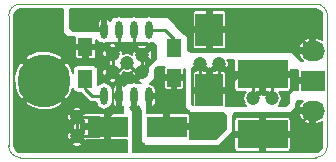
<source format=gtl>
G04 #@! TF.FileFunction,Copper,L1,Top,Signal*
%FSLAX46Y46*%
G04 Gerber Fmt 4.6, Leading zero omitted, Abs format (unit mm)*
G04 Created by KiCad (PCBNEW (2015-07-01 BZR 5850)-product) date Thu Aug 27 19:34:36 2015*
%MOMM*%
G01*
G04 APERTURE LIST*
%ADD10C,0.050000*%
%ADD11C,0.100000*%
%ADD12C,1.200000*%
%ADD13R,4.300000X2.400000*%
%ADD14R,2.350000X2.770000*%
%ADD15R,1.250000X1.500000*%
%ADD16O,2.032000X1.727200*%
%ADD17R,2.032000X1.727200*%
%ADD18O,0.609600X1.473200*%
%ADD19R,1.300000X1.500000*%
%ADD20R,3.500120X1.800860*%
%ADD21C,4.500000*%
%ADD22C,0.600000*%
%ADD23C,0.250000*%
%ADD24C,0.200000*%
G04 APERTURE END LIST*
D10*
D11*
X28000000Y-37000000D02*
X28000000Y-26000000D01*
X54000000Y-38000000D02*
X29000000Y-38000000D01*
X55000000Y-26000000D02*
X55000000Y-37000000D01*
X29000000Y-25000000D02*
X54000000Y-25000000D01*
X55000000Y-26000000D02*
G75*
G03X54000000Y-25000000I-1000000J0D01*
G01*
X54000000Y-38000000D02*
G75*
G03X55000000Y-37000000I0J1000000D01*
G01*
X28000000Y-37000000D02*
G75*
G03X29000000Y-38000000I1000000J0D01*
G01*
X29000000Y-25000000D02*
G75*
G03X28000000Y-26000000I0J-1000000D01*
G01*
D12*
X33800000Y-34600000D03*
X50300000Y-33000000D03*
X48700000Y-33000000D03*
X36800000Y-29200000D03*
X39300000Y-30800000D03*
X33800000Y-36200000D03*
X39300000Y-29300000D03*
X36800000Y-30800000D03*
X45800000Y-30100000D03*
X44200000Y-30100000D03*
D13*
X49500000Y-36040000D03*
X49500000Y-30960000D03*
D14*
X45000000Y-27180000D03*
X45000000Y-32320000D03*
D15*
X42000000Y-31250000D03*
X42000000Y-28750000D03*
D16*
X53750000Y-34040000D03*
D17*
X53750000Y-31500000D03*
D16*
X53750000Y-28960000D03*
D18*
X39905000Y-27206000D03*
X38635000Y-27206000D03*
X37365000Y-27206000D03*
X36095000Y-27206000D03*
X36095000Y-32794000D03*
X37365000Y-32794000D03*
X38635000Y-32794000D03*
X39905000Y-32794000D03*
D19*
X34500000Y-31350000D03*
X34500000Y-28650000D03*
D20*
X36400640Y-35400000D03*
X41399360Y-35400000D03*
D12*
X38000000Y-30000000D03*
D21*
X31000000Y-31500000D03*
D22*
X46250000Y-35250000D03*
D23*
X39905000Y-27206000D02*
X41206000Y-27206000D01*
X41206000Y-27206000D02*
X42000000Y-28000000D01*
X42000000Y-28000000D02*
X42000000Y-28750000D01*
X36095000Y-27206000D02*
X36095000Y-26155000D01*
X36450000Y-25800000D02*
X41450000Y-25800000D01*
X41450000Y-25800000D02*
X42830000Y-27180000D01*
X42830000Y-27180000D02*
X45000000Y-27180000D01*
X36095000Y-26155000D02*
X36450000Y-25800000D01*
X45000000Y-27180000D02*
X51970000Y-27180000D01*
X51970000Y-27180000D02*
X53750000Y-28960000D01*
X36095000Y-32794000D02*
X35094000Y-32794000D01*
X34500000Y-32200000D02*
X34500000Y-31350000D01*
X35094000Y-32794000D02*
X34500000Y-32200000D01*
X45800000Y-30100000D02*
X45800000Y-31520000D01*
X45800000Y-31520000D02*
X45000000Y-32320000D01*
X44200000Y-30100000D02*
X44200000Y-31520000D01*
X44200000Y-31520000D02*
X45000000Y-32320000D01*
X48700000Y-33000000D02*
X48700000Y-31760000D01*
X48700000Y-31760000D02*
X49500000Y-30960000D01*
X50300000Y-33000000D02*
X50300000Y-31760000D01*
X50300000Y-31760000D02*
X49500000Y-30960000D01*
X33800000Y-36200000D02*
X35600640Y-36200000D01*
X35600640Y-36200000D02*
X36400640Y-35400000D01*
X33800000Y-34600000D02*
X35600640Y-34600000D01*
X35600640Y-34600000D02*
X36400640Y-35400000D01*
X33800000Y-34600000D02*
X33800000Y-36200000D01*
X37365000Y-32794000D02*
X37365000Y-31365000D01*
X37365000Y-31365000D02*
X36800000Y-30800000D01*
X34500000Y-28650000D02*
X36250000Y-28650000D01*
X36250000Y-28650000D02*
X36800000Y-29200000D01*
X36800000Y-30800000D02*
X36800000Y-29200000D01*
X36800000Y-30800000D02*
X37200000Y-30800000D01*
X37200000Y-30800000D02*
X38000000Y-30000000D01*
X39300000Y-29300000D02*
X39300000Y-30800000D01*
X39300000Y-30800000D02*
X38800000Y-30800000D01*
X38800000Y-30800000D02*
X38000000Y-30000000D01*
X38635000Y-27206000D02*
X38635000Y-28635000D01*
X38635000Y-28635000D02*
X39300000Y-29300000D01*
X37365000Y-27206000D02*
X37365000Y-28635000D01*
X37365000Y-28635000D02*
X36800000Y-29200000D01*
X37365000Y-32794000D02*
X37365000Y-33535000D01*
X36400640Y-34499360D02*
X36400640Y-35400000D01*
X37365000Y-33535000D02*
X36400640Y-34499360D01*
X49500000Y-30960000D02*
X47540000Y-30960000D01*
X47540000Y-30960000D02*
X46180000Y-32320000D01*
X46180000Y-32320000D02*
X45000000Y-32320000D01*
X49500000Y-30960000D02*
X51710000Y-30960000D01*
X52250000Y-31500000D02*
X53750000Y-31500000D01*
X51710000Y-30960000D02*
X52250000Y-31500000D01*
X38635000Y-32794000D02*
X38635000Y-36635000D01*
X38885000Y-36885000D02*
X39250000Y-37250000D01*
X39250000Y-37250000D02*
X46000000Y-37250000D01*
X46000000Y-37250000D02*
X47210000Y-36040000D01*
X47210000Y-36040000D02*
X49500000Y-36040000D01*
X38635000Y-36635000D02*
X38885000Y-36885000D01*
X49500000Y-36040000D02*
X51750000Y-36040000D01*
X51750000Y-36040000D02*
X53750000Y-34040000D01*
X42000000Y-31250000D02*
X42000000Y-32193360D01*
X42000000Y-32193360D02*
X41399360Y-32794000D01*
X41399360Y-35400000D02*
X41399360Y-32794000D01*
X39905000Y-32794000D02*
X41399360Y-32794000D01*
X41399360Y-35400000D02*
X46100000Y-35400000D01*
X46100000Y-35400000D02*
X46250000Y-35250000D01*
X41456000Y-35343360D02*
X41399360Y-35400000D01*
D24*
G36*
X54207102Y-25500010D02*
X54382676Y-25617325D01*
X54499990Y-25792899D01*
X54550000Y-26044318D01*
X54550000Y-28066612D01*
X54522605Y-28039018D01*
X54122950Y-27871782D01*
X53950000Y-27913178D01*
X53950000Y-28760000D01*
X53970000Y-28760000D01*
X53970000Y-29160000D01*
X53950000Y-29160000D01*
X53950000Y-29180000D01*
X53550000Y-29180000D01*
X53550000Y-29160000D01*
X52565703Y-29160000D01*
X52546881Y-29328911D01*
X52672161Y-29573534D01*
X52896996Y-29800000D01*
X52741421Y-29800000D01*
X52070711Y-29129289D01*
X52038269Y-29107612D01*
X52000000Y-29100000D01*
X45800299Y-29100000D01*
X45601960Y-29099827D01*
X45601541Y-29100000D01*
X44200299Y-29100000D01*
X44001960Y-29099827D01*
X44001541Y-29100000D01*
X43441422Y-29100000D01*
X43200000Y-28858578D01*
X43200000Y-27900000D01*
X43192388Y-27861732D01*
X43192388Y-27861731D01*
X43170711Y-27829289D01*
X42721422Y-27380000D01*
X43637500Y-27380000D01*
X43575000Y-27442500D01*
X43575000Y-28614728D01*
X43613060Y-28706614D01*
X43683386Y-28776940D01*
X43775272Y-28815000D01*
X44737500Y-28815000D01*
X44800000Y-28752500D01*
X44800000Y-27380000D01*
X45200000Y-27380000D01*
X44800000Y-27380000D01*
X44800000Y-27380000D01*
X45200000Y-27380000D01*
X45200000Y-28752500D01*
X45262500Y-28815000D01*
X46224728Y-28815000D01*
X46316614Y-28776940D01*
X46386940Y-28706614D01*
X46425000Y-28614728D01*
X46425000Y-28039018D01*
X52977395Y-28039018D01*
X52672161Y-28346466D01*
X52546881Y-28591089D01*
X52565703Y-28760000D01*
X53550000Y-28760000D01*
X53550000Y-27913178D01*
X53377050Y-27871782D01*
X52977395Y-28039018D01*
X46425000Y-28039018D01*
X46425000Y-27442500D01*
X46362500Y-27380000D01*
X45200000Y-27380000D01*
X44800000Y-27380000D01*
X44800000Y-27380000D01*
X43637500Y-27380000D01*
X42721422Y-27380000D01*
X41470711Y-26129289D01*
X41438269Y-26107612D01*
X41400000Y-26100000D01*
X40170779Y-26100000D01*
X39905000Y-26047133D01*
X39639221Y-26100000D01*
X38900779Y-26100000D01*
X38635000Y-26047133D01*
X38369221Y-26100000D01*
X37630779Y-26100000D01*
X37365000Y-26047133D01*
X37099221Y-26100000D01*
X36900000Y-26100000D01*
X36861731Y-26107612D01*
X36829289Y-26129289D01*
X36549996Y-26408582D01*
X36531032Y-26377111D01*
X36328975Y-26271150D01*
X36247400Y-26306083D01*
X36247400Y-27006000D01*
X36315000Y-27006000D01*
X36315000Y-27300000D01*
X33441422Y-27300000D01*
X33200000Y-27058578D01*
X33200000Y-26377111D01*
X35658968Y-26377111D01*
X35540200Y-26574200D01*
X35540200Y-27006000D01*
X35942600Y-27006000D01*
X35942600Y-26306083D01*
X35861025Y-26271150D01*
X35658968Y-26377111D01*
X33200000Y-26377111D01*
X33200000Y-25545000D01*
X43775272Y-25545000D01*
X43683386Y-25583060D01*
X43613060Y-25653386D01*
X43575000Y-25745272D01*
X43575000Y-26917500D01*
X43637500Y-26980000D01*
X44800000Y-26980000D01*
X44800000Y-25607500D01*
X44737500Y-25545000D01*
X45262500Y-25545000D01*
X44737500Y-25545000D01*
X44737500Y-25545000D01*
X45262500Y-25545000D01*
X45200000Y-25607500D01*
X45200000Y-26980000D01*
X46362500Y-26980000D01*
X46425000Y-26917500D01*
X46425000Y-25745272D01*
X46386940Y-25653386D01*
X46316614Y-25583060D01*
X46224728Y-25545000D01*
X45262500Y-25545000D01*
X44737500Y-25545000D01*
X44737500Y-25545000D01*
X43775272Y-25545000D01*
X33200000Y-25545000D01*
X33200000Y-25450000D01*
X53955682Y-25450000D01*
X54207102Y-25500010D01*
X54207102Y-25500010D01*
G37*
X54207102Y-25500010D02*
X54382676Y-25617325D01*
X54499990Y-25792899D01*
X54550000Y-26044318D01*
X54550000Y-28066612D01*
X54522605Y-28039018D01*
X54122950Y-27871782D01*
X53950000Y-27913178D01*
X53950000Y-28760000D01*
X53970000Y-28760000D01*
X53970000Y-29160000D01*
X53950000Y-29160000D01*
X53950000Y-29180000D01*
X53550000Y-29180000D01*
X53550000Y-29160000D01*
X52565703Y-29160000D01*
X52546881Y-29328911D01*
X52672161Y-29573534D01*
X52896996Y-29800000D01*
X52741421Y-29800000D01*
X52070711Y-29129289D01*
X52038269Y-29107612D01*
X52000000Y-29100000D01*
X45800299Y-29100000D01*
X45601960Y-29099827D01*
X45601541Y-29100000D01*
X44200299Y-29100000D01*
X44001960Y-29099827D01*
X44001541Y-29100000D01*
X43441422Y-29100000D01*
X43200000Y-28858578D01*
X43200000Y-27900000D01*
X43192388Y-27861732D01*
X43192388Y-27861731D01*
X43170711Y-27829289D01*
X42721422Y-27380000D01*
X43637500Y-27380000D01*
X43575000Y-27442500D01*
X43575000Y-28614728D01*
X43613060Y-28706614D01*
X43683386Y-28776940D01*
X43775272Y-28815000D01*
X44737500Y-28815000D01*
X44800000Y-28752500D01*
X44800000Y-27380000D01*
X45200000Y-27380000D01*
X44800000Y-27380000D01*
X44800000Y-27380000D01*
X45200000Y-27380000D01*
X45200000Y-28752500D01*
X45262500Y-28815000D01*
X46224728Y-28815000D01*
X46316614Y-28776940D01*
X46386940Y-28706614D01*
X46425000Y-28614728D01*
X46425000Y-28039018D01*
X52977395Y-28039018D01*
X52672161Y-28346466D01*
X52546881Y-28591089D01*
X52565703Y-28760000D01*
X53550000Y-28760000D01*
X53550000Y-27913178D01*
X53377050Y-27871782D01*
X52977395Y-28039018D01*
X46425000Y-28039018D01*
X46425000Y-27442500D01*
X46362500Y-27380000D01*
X45200000Y-27380000D01*
X44800000Y-27380000D01*
X44800000Y-27380000D01*
X43637500Y-27380000D01*
X42721422Y-27380000D01*
X41470711Y-26129289D01*
X41438269Y-26107612D01*
X41400000Y-26100000D01*
X40170779Y-26100000D01*
X39905000Y-26047133D01*
X39639221Y-26100000D01*
X38900779Y-26100000D01*
X38635000Y-26047133D01*
X38369221Y-26100000D01*
X37630779Y-26100000D01*
X37365000Y-26047133D01*
X37099221Y-26100000D01*
X36900000Y-26100000D01*
X36861731Y-26107612D01*
X36829289Y-26129289D01*
X36549996Y-26408582D01*
X36531032Y-26377111D01*
X36328975Y-26271150D01*
X36247400Y-26306083D01*
X36247400Y-27006000D01*
X36315000Y-27006000D01*
X36315000Y-27300000D01*
X33441422Y-27300000D01*
X33200000Y-27058578D01*
X33200000Y-26377111D01*
X35658968Y-26377111D01*
X35540200Y-26574200D01*
X35540200Y-27006000D01*
X35942600Y-27006000D01*
X35942600Y-26306083D01*
X35861025Y-26271150D01*
X35658968Y-26377111D01*
X33200000Y-26377111D01*
X33200000Y-25545000D01*
X43775272Y-25545000D01*
X43683386Y-25583060D01*
X43613060Y-25653386D01*
X43575000Y-25745272D01*
X43575000Y-26917500D01*
X43637500Y-26980000D01*
X44800000Y-26980000D01*
X44800000Y-25607500D01*
X44737500Y-25545000D01*
X45262500Y-25545000D01*
X44737500Y-25545000D01*
X44737500Y-25545000D01*
X45262500Y-25545000D01*
X45200000Y-25607500D01*
X45200000Y-26980000D01*
X46362500Y-26980000D01*
X46425000Y-26917500D01*
X46425000Y-25745272D01*
X46386940Y-25653386D01*
X46316614Y-25583060D01*
X46224728Y-25545000D01*
X45262500Y-25545000D01*
X44737500Y-25545000D01*
X44737500Y-25545000D01*
X43775272Y-25545000D01*
X33200000Y-25545000D01*
X33200000Y-25450000D01*
X53955682Y-25450000D01*
X54207102Y-25500010D01*
G36*
X38787400Y-32594000D02*
X38855000Y-32594000D01*
X38855000Y-32994000D01*
X38787400Y-32994000D01*
X38787400Y-33693917D01*
X38868975Y-33728850D01*
X39000000Y-33660139D01*
X39000000Y-33700000D01*
X39001911Y-33709607D01*
X39001901Y-33719407D01*
X39005680Y-33728558D01*
X39007612Y-33738268D01*
X39013054Y-33746414D01*
X39016795Y-33755470D01*
X39200000Y-34030277D01*
X39200000Y-36600000D01*
X39207612Y-36638269D01*
X39229289Y-36670711D01*
X39529289Y-36970711D01*
X39561731Y-36992388D01*
X39561732Y-36992388D01*
X39600000Y-37000000D01*
X45800000Y-37000000D01*
X45838268Y-36992388D01*
X45838269Y-36992388D01*
X45870711Y-36970711D01*
X46601422Y-36240000D01*
X47162500Y-36240000D01*
X47100000Y-36302500D01*
X47100000Y-37289728D01*
X47138060Y-37381614D01*
X47208386Y-37451940D01*
X47300272Y-37490000D01*
X49237500Y-37490000D01*
X49300000Y-37427500D01*
X49300000Y-36240000D01*
X49700000Y-36240000D01*
X49300000Y-36240000D01*
X49300000Y-36240000D01*
X49700000Y-36240000D01*
X49700000Y-37427500D01*
X49762500Y-37490000D01*
X51699728Y-37490000D01*
X51791614Y-37451940D01*
X51861940Y-37381614D01*
X51900000Y-37289728D01*
X51900000Y-36302500D01*
X51837500Y-36240000D01*
X49700000Y-36240000D01*
X49300000Y-36240000D01*
X49300000Y-36240000D01*
X47162500Y-36240000D01*
X46601422Y-36240000D01*
X46970711Y-35870711D01*
X46992388Y-35838269D01*
X46992388Y-35838268D01*
X47000000Y-35800000D01*
X47000001Y-35800000D01*
X47000000Y-35799994D01*
X47000000Y-34590000D01*
X47300272Y-34590000D01*
X47208386Y-34628060D01*
X47138060Y-34698386D01*
X47100000Y-34790272D01*
X47100000Y-35777500D01*
X47162500Y-35840000D01*
X49300000Y-35840000D01*
X49300000Y-34652500D01*
X49237500Y-34590000D01*
X49762500Y-34590000D01*
X49700000Y-34652500D01*
X49700000Y-35840000D01*
X51837500Y-35840000D01*
X51900000Y-35777500D01*
X51900000Y-34790272D01*
X51861940Y-34698386D01*
X51791614Y-34628060D01*
X51699728Y-34590000D01*
X49762500Y-34590000D01*
X49237500Y-34590000D01*
X49237500Y-34590000D01*
X47300272Y-34590000D01*
X47000000Y-34590000D01*
X47000000Y-34441422D01*
X47201422Y-34240000D01*
X52565703Y-34240000D01*
X52546881Y-34408911D01*
X52672161Y-34653534D01*
X52977395Y-34960982D01*
X53377050Y-35128218D01*
X53550000Y-35086822D01*
X53550000Y-34240000D01*
X52565703Y-34240000D01*
X47201422Y-34240000D01*
X47241422Y-34200000D01*
X51900000Y-34200000D01*
X51938268Y-34192388D01*
X51938269Y-34192388D01*
X51970711Y-34170711D01*
X52270711Y-33870711D01*
X52292388Y-33838269D01*
X52292388Y-33838268D01*
X52300000Y-33800000D01*
X52300000Y-33441422D01*
X52541422Y-33200000D01*
X52896996Y-33200000D01*
X52672161Y-33426466D01*
X52546881Y-33671089D01*
X52565703Y-33840000D01*
X53550000Y-33840000D01*
X53550000Y-33820000D01*
X53950000Y-33820000D01*
X53950000Y-33840000D01*
X53970000Y-33840000D01*
X53970000Y-34240000D01*
X53950000Y-34240000D01*
X53950000Y-35086822D01*
X54122950Y-35128218D01*
X54522605Y-34960982D01*
X54550000Y-34933388D01*
X54550000Y-36955682D01*
X54499990Y-37207101D01*
X54382676Y-37382675D01*
X54207102Y-37499990D01*
X53955682Y-37550000D01*
X38500000Y-37550000D01*
X38500000Y-36497684D01*
X38527000Y-36457684D01*
X38558536Y-36300430D01*
X38558536Y-34499570D01*
X38528944Y-34347051D01*
X38500000Y-34302989D01*
X38500000Y-34000000D01*
X38498088Y-33990391D01*
X38498099Y-33980593D01*
X38494319Y-33971441D01*
X38492388Y-33961732D01*
X38486945Y-33953585D01*
X38483205Y-33944530D01*
X38306303Y-33679177D01*
X38401025Y-33728850D01*
X38482600Y-33693917D01*
X38482600Y-32994000D01*
X38415000Y-32994000D01*
X38415000Y-32594000D01*
X38482600Y-32594000D01*
X38482600Y-32574000D01*
X38787400Y-32574000D01*
X38787400Y-32594000D01*
X38787400Y-32594000D01*
G37*
X38787400Y-32594000D02*
X38855000Y-32594000D01*
X38855000Y-32994000D01*
X38787400Y-32994000D01*
X38787400Y-33693917D01*
X38868975Y-33728850D01*
X39000000Y-33660139D01*
X39000000Y-33700000D01*
X39001911Y-33709607D01*
X39001901Y-33719407D01*
X39005680Y-33728558D01*
X39007612Y-33738268D01*
X39013054Y-33746414D01*
X39016795Y-33755470D01*
X39200000Y-34030277D01*
X39200000Y-36600000D01*
X39207612Y-36638269D01*
X39229289Y-36670711D01*
X39529289Y-36970711D01*
X39561731Y-36992388D01*
X39561732Y-36992388D01*
X39600000Y-37000000D01*
X45800000Y-37000000D01*
X45838268Y-36992388D01*
X45838269Y-36992388D01*
X45870711Y-36970711D01*
X46601422Y-36240000D01*
X47162500Y-36240000D01*
X47100000Y-36302500D01*
X47100000Y-37289728D01*
X47138060Y-37381614D01*
X47208386Y-37451940D01*
X47300272Y-37490000D01*
X49237500Y-37490000D01*
X49300000Y-37427500D01*
X49300000Y-36240000D01*
X49700000Y-36240000D01*
X49300000Y-36240000D01*
X49300000Y-36240000D01*
X49700000Y-36240000D01*
X49700000Y-37427500D01*
X49762500Y-37490000D01*
X51699728Y-37490000D01*
X51791614Y-37451940D01*
X51861940Y-37381614D01*
X51900000Y-37289728D01*
X51900000Y-36302500D01*
X51837500Y-36240000D01*
X49700000Y-36240000D01*
X49300000Y-36240000D01*
X49300000Y-36240000D01*
X47162500Y-36240000D01*
X46601422Y-36240000D01*
X46970711Y-35870711D01*
X46992388Y-35838269D01*
X46992388Y-35838268D01*
X47000000Y-35800000D01*
X47000001Y-35800000D01*
X47000000Y-35799994D01*
X47000000Y-34590000D01*
X47300272Y-34590000D01*
X47208386Y-34628060D01*
X47138060Y-34698386D01*
X47100000Y-34790272D01*
X47100000Y-35777500D01*
X47162500Y-35840000D01*
X49300000Y-35840000D01*
X49300000Y-34652500D01*
X49237500Y-34590000D01*
X49762500Y-34590000D01*
X49700000Y-34652500D01*
X49700000Y-35840000D01*
X51837500Y-35840000D01*
X51900000Y-35777500D01*
X51900000Y-34790272D01*
X51861940Y-34698386D01*
X51791614Y-34628060D01*
X51699728Y-34590000D01*
X49762500Y-34590000D01*
X49237500Y-34590000D01*
X49237500Y-34590000D01*
X47300272Y-34590000D01*
X47000000Y-34590000D01*
X47000000Y-34441422D01*
X47201422Y-34240000D01*
X52565703Y-34240000D01*
X52546881Y-34408911D01*
X52672161Y-34653534D01*
X52977395Y-34960982D01*
X53377050Y-35128218D01*
X53550000Y-35086822D01*
X53550000Y-34240000D01*
X52565703Y-34240000D01*
X47201422Y-34240000D01*
X47241422Y-34200000D01*
X51900000Y-34200000D01*
X51938268Y-34192388D01*
X51938269Y-34192388D01*
X51970711Y-34170711D01*
X52270711Y-33870711D01*
X52292388Y-33838269D01*
X52292388Y-33838268D01*
X52300000Y-33800000D01*
X52300000Y-33441422D01*
X52541422Y-33200000D01*
X52896996Y-33200000D01*
X52672161Y-33426466D01*
X52546881Y-33671089D01*
X52565703Y-33840000D01*
X53550000Y-33840000D01*
X53550000Y-33820000D01*
X53950000Y-33820000D01*
X53950000Y-33840000D01*
X53970000Y-33840000D01*
X53970000Y-34240000D01*
X53950000Y-34240000D01*
X53950000Y-35086822D01*
X54122950Y-35128218D01*
X54522605Y-34960982D01*
X54550000Y-34933388D01*
X54550000Y-36955682D01*
X54499990Y-37207101D01*
X54382676Y-37382675D01*
X54207102Y-37499990D01*
X53955682Y-37550000D01*
X38500000Y-37550000D01*
X38500000Y-36497684D01*
X38527000Y-36457684D01*
X38558536Y-36300430D01*
X38558536Y-34499570D01*
X38528944Y-34347051D01*
X38500000Y-34302989D01*
X38500000Y-34000000D01*
X38498088Y-33990391D01*
X38498099Y-33980593D01*
X38494319Y-33971441D01*
X38492388Y-33961732D01*
X38486945Y-33953585D01*
X38483205Y-33944530D01*
X38306303Y-33679177D01*
X38401025Y-33728850D01*
X38482600Y-33693917D01*
X38482600Y-32994000D01*
X38415000Y-32994000D01*
X38415000Y-32594000D01*
X38482600Y-32594000D01*
X38482600Y-32574000D01*
X38787400Y-32574000D01*
X38787400Y-32594000D01*
G36*
X41163060Y-30358386D02*
X41125000Y-30450272D01*
X41125000Y-30987500D01*
X41187500Y-31050000D01*
X41800000Y-31050000D01*
X41800000Y-31030000D01*
X42200000Y-31030000D01*
X42200000Y-31050000D01*
X42812500Y-31050000D01*
X42875000Y-30987500D01*
X42875000Y-30516422D01*
X42900000Y-30541422D01*
X42900000Y-33700000D01*
X42907612Y-33738269D01*
X42929289Y-33770711D01*
X43329286Y-34170707D01*
X43329289Y-34170711D01*
X43361731Y-34192387D01*
X43361732Y-34192388D01*
X43400000Y-34200000D01*
X46158578Y-34200000D01*
X46400000Y-34441422D01*
X46400000Y-35558578D01*
X45558578Y-36400000D01*
X43378775Y-36400000D01*
X43399420Y-36350158D01*
X43399420Y-35662500D01*
X43336920Y-35600000D01*
X41599360Y-35600000D01*
X41599360Y-35620000D01*
X41199360Y-35620000D01*
X41199360Y-35600000D01*
X41179360Y-35600000D01*
X41179360Y-35200000D01*
X41199360Y-35200000D01*
X41199360Y-34312070D01*
X41136860Y-34249570D01*
X41661860Y-34249570D01*
X41599360Y-34312070D01*
X41599360Y-35200000D01*
X43336920Y-35200000D01*
X43399420Y-35137500D01*
X43399420Y-34449842D01*
X43361360Y-34357956D01*
X43291034Y-34287630D01*
X43199148Y-34249570D01*
X41661860Y-34249570D01*
X41136860Y-34249570D01*
X41136860Y-34249570D01*
X39700000Y-34249570D01*
X39700000Y-33716442D01*
X39752600Y-33693917D01*
X39752600Y-32994000D01*
X40057400Y-32994000D01*
X40057400Y-33693917D01*
X40138975Y-33728850D01*
X40341032Y-33622889D01*
X40459800Y-33425800D01*
X40459800Y-32994000D01*
X40057400Y-32994000D01*
X39752600Y-32994000D01*
X39752600Y-32994000D01*
X39700000Y-32994000D01*
X39700000Y-32594000D01*
X39752600Y-32594000D01*
X39752600Y-32574000D01*
X40057400Y-32574000D01*
X40057400Y-32594000D01*
X40459800Y-32594000D01*
X40459800Y-32162200D01*
X40341032Y-31965111D01*
X40138975Y-31859150D01*
X40105002Y-31873698D01*
X40105002Y-31807400D01*
X39934021Y-31807400D01*
X40291420Y-31450000D01*
X41187500Y-31450000D01*
X41125000Y-31512500D01*
X41125000Y-32049728D01*
X41163060Y-32141614D01*
X41233386Y-32211940D01*
X41325272Y-32250000D01*
X41737500Y-32250000D01*
X41800000Y-32187500D01*
X41800000Y-31450000D01*
X42200000Y-31450000D01*
X41800000Y-31450000D01*
X41800000Y-31450000D01*
X42200000Y-31450000D01*
X42200000Y-32187500D01*
X42262500Y-32250000D01*
X42674728Y-32250000D01*
X42766614Y-32211940D01*
X42836940Y-32141614D01*
X42875000Y-32049728D01*
X42875000Y-31512500D01*
X42812500Y-31450000D01*
X42200000Y-31450000D01*
X41800000Y-31450000D01*
X41800000Y-31450000D01*
X41187500Y-31450000D01*
X40291420Y-31450000D01*
X40370707Y-31370713D01*
X40370710Y-31370711D01*
X40370711Y-31370711D01*
X40392387Y-31338269D01*
X40392388Y-31338268D01*
X40400000Y-31300000D01*
X40400000Y-30541422D01*
X40641422Y-30300000D01*
X41221446Y-30300000D01*
X41163060Y-30358386D01*
X41163060Y-30358386D01*
G37*
X41163060Y-30358386D02*
X41125000Y-30450272D01*
X41125000Y-30987500D01*
X41187500Y-31050000D01*
X41800000Y-31050000D01*
X41800000Y-31030000D01*
X42200000Y-31030000D01*
X42200000Y-31050000D01*
X42812500Y-31050000D01*
X42875000Y-30987500D01*
X42875000Y-30516422D01*
X42900000Y-30541422D01*
X42900000Y-33700000D01*
X42907612Y-33738269D01*
X42929289Y-33770711D01*
X43329286Y-34170707D01*
X43329289Y-34170711D01*
X43361731Y-34192387D01*
X43361732Y-34192388D01*
X43400000Y-34200000D01*
X46158578Y-34200000D01*
X46400000Y-34441422D01*
X46400000Y-35558578D01*
X45558578Y-36400000D01*
X43378775Y-36400000D01*
X43399420Y-36350158D01*
X43399420Y-35662500D01*
X43336920Y-35600000D01*
X41599360Y-35600000D01*
X41599360Y-35620000D01*
X41199360Y-35620000D01*
X41199360Y-35600000D01*
X41179360Y-35600000D01*
X41179360Y-35200000D01*
X41199360Y-35200000D01*
X41199360Y-34312070D01*
X41136860Y-34249570D01*
X41661860Y-34249570D01*
X41599360Y-34312070D01*
X41599360Y-35200000D01*
X43336920Y-35200000D01*
X43399420Y-35137500D01*
X43399420Y-34449842D01*
X43361360Y-34357956D01*
X43291034Y-34287630D01*
X43199148Y-34249570D01*
X41661860Y-34249570D01*
X41136860Y-34249570D01*
X41136860Y-34249570D01*
X39700000Y-34249570D01*
X39700000Y-33716442D01*
X39752600Y-33693917D01*
X39752600Y-32994000D01*
X40057400Y-32994000D01*
X40057400Y-33693917D01*
X40138975Y-33728850D01*
X40341032Y-33622889D01*
X40459800Y-33425800D01*
X40459800Y-32994000D01*
X40057400Y-32994000D01*
X39752600Y-32994000D01*
X39752600Y-32994000D01*
X39700000Y-32994000D01*
X39700000Y-32594000D01*
X39752600Y-32594000D01*
X39752600Y-32574000D01*
X40057400Y-32574000D01*
X40057400Y-32594000D01*
X40459800Y-32594000D01*
X40459800Y-32162200D01*
X40341032Y-31965111D01*
X40138975Y-31859150D01*
X40105002Y-31873698D01*
X40105002Y-31807400D01*
X39934021Y-31807400D01*
X40291420Y-31450000D01*
X41187500Y-31450000D01*
X41125000Y-31512500D01*
X41125000Y-32049728D01*
X41163060Y-32141614D01*
X41233386Y-32211940D01*
X41325272Y-32250000D01*
X41737500Y-32250000D01*
X41800000Y-32187500D01*
X41800000Y-31450000D01*
X42200000Y-31450000D01*
X41800000Y-31450000D01*
X41800000Y-31450000D01*
X42200000Y-31450000D01*
X42200000Y-32187500D01*
X42262500Y-32250000D01*
X42674728Y-32250000D01*
X42766614Y-32211940D01*
X42836940Y-32141614D01*
X42875000Y-32049728D01*
X42875000Y-31512500D01*
X42812500Y-31450000D01*
X42200000Y-31450000D01*
X41800000Y-31450000D01*
X41800000Y-31450000D01*
X41187500Y-31450000D01*
X40291420Y-31450000D01*
X40370707Y-31370713D01*
X40370710Y-31370711D01*
X40370711Y-31370711D01*
X40392387Y-31338269D01*
X40392388Y-31338268D01*
X40400000Y-31300000D01*
X40400000Y-30541422D01*
X40641422Y-30300000D01*
X41221446Y-30300000D01*
X41163060Y-30358386D01*
G36*
X47100000Y-29710272D02*
X47100000Y-30697500D01*
X47162500Y-30760000D01*
X49300000Y-30760000D01*
X49300000Y-30740000D01*
X49700000Y-30740000D01*
X49700000Y-30760000D01*
X51837500Y-30760000D01*
X51900000Y-30697500D01*
X51900000Y-30541422D01*
X51929289Y-30570711D01*
X51961731Y-30592388D01*
X51961732Y-30592388D01*
X52000000Y-30600000D01*
X52484000Y-30600000D01*
X52484000Y-31237500D01*
X52546500Y-31300000D01*
X53550000Y-31300000D01*
X53550000Y-31280000D01*
X53950000Y-31280000D01*
X53950000Y-31300000D01*
X53970000Y-31300000D01*
X53970000Y-31700000D01*
X53950000Y-31700000D01*
X53950000Y-31720000D01*
X53550000Y-31720000D01*
X53550000Y-31700000D01*
X52546500Y-31700000D01*
X52484000Y-31762500D01*
X52484000Y-32300000D01*
X52100000Y-32300000D01*
X52061731Y-32307612D01*
X52029289Y-32329289D01*
X51729289Y-32629289D01*
X51707612Y-32661731D01*
X51700000Y-32700000D01*
X51700000Y-33358578D01*
X51458578Y-33600000D01*
X50922861Y-33600000D01*
X51052853Y-33470008D01*
X50992177Y-33409332D01*
X51099767Y-33333852D01*
X51166648Y-33002382D01*
X51101590Y-32670548D01*
X51099767Y-32666148D01*
X50992177Y-32590668D01*
X51052853Y-32529992D01*
X50932861Y-32410000D01*
X51699728Y-32410000D01*
X51791614Y-32371940D01*
X51861940Y-32301614D01*
X51900000Y-32209728D01*
X51900000Y-31222500D01*
X51837500Y-31160000D01*
X49700000Y-31160000D01*
X49700000Y-32347500D01*
X49762500Y-32410000D01*
X49992843Y-32410000D01*
X50300000Y-32717157D01*
X50314142Y-32703015D01*
X50596985Y-32985858D01*
X50582843Y-33000000D01*
X50596985Y-33014142D01*
X50314142Y-33296985D01*
X50300000Y-33282843D01*
X50285858Y-33296985D01*
X50003015Y-33014142D01*
X50017157Y-33000000D01*
X49607824Y-32590667D01*
X49500233Y-32666148D01*
X49500080Y-32666904D01*
X49499767Y-32666148D01*
X49392176Y-32590667D01*
X48982843Y-33000000D01*
X48996985Y-33014142D01*
X48714142Y-33296985D01*
X48700000Y-33282843D01*
X48685858Y-33296985D01*
X48403015Y-33014142D01*
X48417157Y-33000000D01*
X48403015Y-32985858D01*
X48685858Y-32703015D01*
X48700000Y-32717157D01*
X49007157Y-32410000D01*
X49237500Y-32410000D01*
X49300000Y-32347500D01*
X49300000Y-31160000D01*
X47162500Y-31160000D01*
X47100000Y-31222500D01*
X47100000Y-32209728D01*
X47138060Y-32301614D01*
X47208386Y-32371940D01*
X47300272Y-32410000D01*
X48067139Y-32410000D01*
X47947147Y-32529992D01*
X48007823Y-32590668D01*
X47900233Y-32666148D01*
X47833352Y-32997618D01*
X47898410Y-33329452D01*
X47900233Y-33333852D01*
X48007823Y-33409332D01*
X47947147Y-33470008D01*
X48077139Y-33600000D01*
X46425000Y-33600000D01*
X46425000Y-32582500D01*
X46362500Y-32520000D01*
X45200000Y-32520000D01*
X45200000Y-32540000D01*
X44800000Y-32540000D01*
X44800000Y-32520000D01*
X43637500Y-32520000D01*
X43575000Y-32582500D01*
X43575000Y-33533579D01*
X43500000Y-33458578D01*
X43500000Y-30685000D01*
X43775272Y-30685000D01*
X43683386Y-30723060D01*
X43613060Y-30793386D01*
X43575000Y-30885272D01*
X43575000Y-32057500D01*
X43637500Y-32120000D01*
X44800000Y-32120000D01*
X44800000Y-30747500D01*
X44737500Y-30685000D01*
X45262500Y-30685000D01*
X45200000Y-30747500D01*
X45200000Y-32120000D01*
X46362500Y-32120000D01*
X46425000Y-32057500D01*
X46425000Y-30885272D01*
X46386940Y-30793386D01*
X46316614Y-30723060D01*
X46224728Y-30685000D01*
X46102157Y-30685000D01*
X45800000Y-30382843D01*
X45497843Y-30685000D01*
X45262500Y-30685000D01*
X44737500Y-30685000D01*
X44737500Y-30685000D01*
X44502157Y-30685000D01*
X44200000Y-30382843D01*
X43897843Y-30685000D01*
X43775272Y-30685000D01*
X43500000Y-30685000D01*
X43500000Y-30503844D01*
X43507824Y-30509333D01*
X43917157Y-30100000D01*
X43903015Y-30085858D01*
X44185858Y-29803015D01*
X44200000Y-29817157D01*
X44214142Y-29803015D01*
X44496985Y-30085858D01*
X44482843Y-30100000D01*
X44892176Y-30509333D01*
X44999767Y-30433852D01*
X44999920Y-30433096D01*
X45000233Y-30433852D01*
X45107824Y-30509333D01*
X45517157Y-30100000D01*
X45503015Y-30085858D01*
X45785858Y-29803015D01*
X45800000Y-29817157D01*
X45814142Y-29803015D01*
X46096985Y-30085858D01*
X46082843Y-30100000D01*
X46492176Y-30509333D01*
X46599767Y-30433852D01*
X46666648Y-30102382D01*
X46601590Y-29770548D01*
X46599767Y-29766148D01*
X46505479Y-29700000D01*
X47104255Y-29700000D01*
X47100000Y-29710272D01*
X47100000Y-29710272D01*
G37*
X47100000Y-29710272D02*
X47100000Y-30697500D01*
X47162500Y-30760000D01*
X49300000Y-30760000D01*
X49300000Y-30740000D01*
X49700000Y-30740000D01*
X49700000Y-30760000D01*
X51837500Y-30760000D01*
X51900000Y-30697500D01*
X51900000Y-30541422D01*
X51929289Y-30570711D01*
X51961731Y-30592388D01*
X51961732Y-30592388D01*
X52000000Y-30600000D01*
X52484000Y-30600000D01*
X52484000Y-31237500D01*
X52546500Y-31300000D01*
X53550000Y-31300000D01*
X53550000Y-31280000D01*
X53950000Y-31280000D01*
X53950000Y-31300000D01*
X53970000Y-31300000D01*
X53970000Y-31700000D01*
X53950000Y-31700000D01*
X53950000Y-31720000D01*
X53550000Y-31720000D01*
X53550000Y-31700000D01*
X52546500Y-31700000D01*
X52484000Y-31762500D01*
X52484000Y-32300000D01*
X52100000Y-32300000D01*
X52061731Y-32307612D01*
X52029289Y-32329289D01*
X51729289Y-32629289D01*
X51707612Y-32661731D01*
X51700000Y-32700000D01*
X51700000Y-33358578D01*
X51458578Y-33600000D01*
X50922861Y-33600000D01*
X51052853Y-33470008D01*
X50992177Y-33409332D01*
X51099767Y-33333852D01*
X51166648Y-33002382D01*
X51101590Y-32670548D01*
X51099767Y-32666148D01*
X50992177Y-32590668D01*
X51052853Y-32529992D01*
X50932861Y-32410000D01*
X51699728Y-32410000D01*
X51791614Y-32371940D01*
X51861940Y-32301614D01*
X51900000Y-32209728D01*
X51900000Y-31222500D01*
X51837500Y-31160000D01*
X49700000Y-31160000D01*
X49700000Y-32347500D01*
X49762500Y-32410000D01*
X49992843Y-32410000D01*
X50300000Y-32717157D01*
X50314142Y-32703015D01*
X50596985Y-32985858D01*
X50582843Y-33000000D01*
X50596985Y-33014142D01*
X50314142Y-33296985D01*
X50300000Y-33282843D01*
X50285858Y-33296985D01*
X50003015Y-33014142D01*
X50017157Y-33000000D01*
X49607824Y-32590667D01*
X49500233Y-32666148D01*
X49500080Y-32666904D01*
X49499767Y-32666148D01*
X49392176Y-32590667D01*
X48982843Y-33000000D01*
X48996985Y-33014142D01*
X48714142Y-33296985D01*
X48700000Y-33282843D01*
X48685858Y-33296985D01*
X48403015Y-33014142D01*
X48417157Y-33000000D01*
X48403015Y-32985858D01*
X48685858Y-32703015D01*
X48700000Y-32717157D01*
X49007157Y-32410000D01*
X49237500Y-32410000D01*
X49300000Y-32347500D01*
X49300000Y-31160000D01*
X47162500Y-31160000D01*
X47100000Y-31222500D01*
X47100000Y-32209728D01*
X47138060Y-32301614D01*
X47208386Y-32371940D01*
X47300272Y-32410000D01*
X48067139Y-32410000D01*
X47947147Y-32529992D01*
X48007823Y-32590668D01*
X47900233Y-32666148D01*
X47833352Y-32997618D01*
X47898410Y-33329452D01*
X47900233Y-33333852D01*
X48007823Y-33409332D01*
X47947147Y-33470008D01*
X48077139Y-33600000D01*
X46425000Y-33600000D01*
X46425000Y-32582500D01*
X46362500Y-32520000D01*
X45200000Y-32520000D01*
X45200000Y-32540000D01*
X44800000Y-32540000D01*
X44800000Y-32520000D01*
X43637500Y-32520000D01*
X43575000Y-32582500D01*
X43575000Y-33533579D01*
X43500000Y-33458578D01*
X43500000Y-30685000D01*
X43775272Y-30685000D01*
X43683386Y-30723060D01*
X43613060Y-30793386D01*
X43575000Y-30885272D01*
X43575000Y-32057500D01*
X43637500Y-32120000D01*
X44800000Y-32120000D01*
X44800000Y-30747500D01*
X44737500Y-30685000D01*
X45262500Y-30685000D01*
X45200000Y-30747500D01*
X45200000Y-32120000D01*
X46362500Y-32120000D01*
X46425000Y-32057500D01*
X46425000Y-30885272D01*
X46386940Y-30793386D01*
X46316614Y-30723060D01*
X46224728Y-30685000D01*
X46102157Y-30685000D01*
X45800000Y-30382843D01*
X45497843Y-30685000D01*
X45262500Y-30685000D01*
X44737500Y-30685000D01*
X44737500Y-30685000D01*
X44502157Y-30685000D01*
X44200000Y-30382843D01*
X43897843Y-30685000D01*
X43775272Y-30685000D01*
X43500000Y-30685000D01*
X43500000Y-30503844D01*
X43507824Y-30509333D01*
X43917157Y-30100000D01*
X43903015Y-30085858D01*
X44185858Y-29803015D01*
X44200000Y-29817157D01*
X44214142Y-29803015D01*
X44496985Y-30085858D01*
X44482843Y-30100000D01*
X44892176Y-30509333D01*
X44999767Y-30433852D01*
X44999920Y-30433096D01*
X45000233Y-30433852D01*
X45107824Y-30509333D01*
X45517157Y-30100000D01*
X45503015Y-30085858D01*
X45785858Y-29803015D01*
X45800000Y-29817157D01*
X45814142Y-29803015D01*
X46096985Y-30085858D01*
X46082843Y-30100000D01*
X46492176Y-30509333D01*
X46599767Y-30433852D01*
X46666648Y-30102382D01*
X46601590Y-29770548D01*
X46599767Y-29766148D01*
X46505479Y-29700000D01*
X47104255Y-29700000D01*
X47100000Y-29710272D01*
G36*
X32600000Y-27400000D02*
X32607612Y-27438269D01*
X32629289Y-27470711D01*
X32929289Y-27770711D01*
X32961731Y-27792388D01*
X32961732Y-27792388D01*
X33000000Y-27800000D01*
X33620823Y-27800000D01*
X33600000Y-27850272D01*
X33600000Y-28387500D01*
X33662500Y-28450000D01*
X34300000Y-28450000D01*
X34300000Y-28430000D01*
X34700000Y-28430000D01*
X34700000Y-28450000D01*
X35337500Y-28450000D01*
X35400000Y-28387500D01*
X35400000Y-28041422D01*
X35629289Y-28270711D01*
X35661732Y-28292388D01*
X35700000Y-28300001D01*
X35700000Y-28300000D01*
X35808497Y-28300000D01*
X35825285Y-28311217D01*
X36095000Y-28364867D01*
X36364715Y-28311217D01*
X36381503Y-28300000D01*
X39618497Y-28300000D01*
X39635285Y-28311217D01*
X39905000Y-28364867D01*
X40174715Y-28311217D01*
X40191503Y-28300000D01*
X40258578Y-28300000D01*
X40500000Y-28541422D01*
X40500000Y-29658578D01*
X39829289Y-30329289D01*
X39807612Y-30361731D01*
X39800000Y-30400000D01*
X39800000Y-30582843D01*
X39582843Y-30800000D01*
X39596985Y-30814142D01*
X39314142Y-31096985D01*
X39300000Y-31082843D01*
X38890667Y-31492176D01*
X38966148Y-31599767D01*
X39209674Y-31648904D01*
X39158578Y-31700000D01*
X38921503Y-31700000D01*
X38904715Y-31688783D01*
X38635000Y-31635133D01*
X38365285Y-31688783D01*
X38348497Y-31700000D01*
X38100000Y-31700000D01*
X38061731Y-31707612D01*
X38029289Y-31729289D01*
X37796069Y-31962509D01*
X37598975Y-31859150D01*
X37517400Y-31894083D01*
X37517400Y-32594000D01*
X37585000Y-32594000D01*
X37585000Y-32994000D01*
X37517400Y-32994000D01*
X37517400Y-33693917D01*
X37598975Y-33728850D01*
X37700000Y-33675871D01*
X37700000Y-34200000D01*
X37707612Y-34238268D01*
X37715164Y-34249570D01*
X36663140Y-34249570D01*
X36600640Y-34312070D01*
X36600640Y-35200000D01*
X36620640Y-35200000D01*
X36620640Y-35600000D01*
X36600640Y-35600000D01*
X36600640Y-36487930D01*
X36663140Y-36550430D01*
X38000000Y-36550430D01*
X38000000Y-37550000D01*
X29044318Y-37550000D01*
X28792899Y-37499990D01*
X28617325Y-37382676D01*
X28500010Y-37207102D01*
X28450000Y-36955682D01*
X28450000Y-36892176D01*
X33390667Y-36892176D01*
X33466148Y-36999767D01*
X33797618Y-37066648D01*
X34129452Y-37001590D01*
X34133852Y-36999767D01*
X34209333Y-36892176D01*
X33926490Y-36609333D01*
X34492176Y-36609333D01*
X34585312Y-36543993D01*
X34600852Y-36550430D01*
X36138140Y-36550430D01*
X36200640Y-36487930D01*
X36200640Y-35600000D01*
X34463080Y-35600000D01*
X34117157Y-35600000D01*
X34209333Y-35507824D01*
X34133852Y-35400233D01*
X34133096Y-35400080D01*
X34133852Y-35399767D01*
X34209333Y-35292176D01*
X33834894Y-34917737D01*
X34400580Y-34917737D01*
X34400580Y-35137500D01*
X34463080Y-35200000D01*
X36200640Y-35200000D01*
X36200640Y-34312070D01*
X36138140Y-34249570D01*
X34600852Y-34249570D01*
X34585312Y-34256007D01*
X34492176Y-34190667D01*
X34082843Y-34600000D01*
X33517157Y-34600000D01*
X33517157Y-34600000D01*
X33234314Y-34317157D01*
X33800000Y-34317157D01*
X34209333Y-33907824D01*
X34133852Y-33800233D01*
X33802382Y-33733352D01*
X33470548Y-33798410D01*
X32029947Y-33798410D01*
X32331830Y-33673366D01*
X32611087Y-33393930D01*
X32328244Y-33111087D01*
X32893930Y-33111087D01*
X33173366Y-32831830D01*
X33442573Y-32102107D01*
X33471756Y-32252519D01*
X33559812Y-32386569D01*
X33692746Y-32476300D01*
X33850000Y-32507836D01*
X34086410Y-32507836D01*
X34128769Y-32571231D01*
X34722769Y-33165231D01*
X34893091Y-33279037D01*
X35094000Y-33319000D01*
X35404310Y-33319000D01*
X35443850Y-33517782D01*
X35596631Y-33746436D01*
X35825285Y-33899217D01*
X36095000Y-33952867D01*
X36364715Y-33899217D01*
X36593369Y-33746436D01*
X36746150Y-33517782D01*
X36799800Y-33248067D01*
X36799800Y-32994000D01*
X36810200Y-32994000D01*
X36810200Y-33425800D01*
X36928968Y-33622889D01*
X37131025Y-33728850D01*
X37212600Y-33693917D01*
X37212600Y-32994000D01*
X36810200Y-32994000D01*
X36799800Y-32994000D01*
X36799800Y-32339933D01*
X36746150Y-32070218D01*
X36675921Y-31965111D01*
X36928968Y-31965111D01*
X36810200Y-32162200D01*
X36810200Y-32594000D01*
X37212600Y-32594000D01*
X37212600Y-31894083D01*
X37131025Y-31859150D01*
X36928968Y-31965111D01*
X36675921Y-31965111D01*
X36593369Y-31841564D01*
X36364715Y-31688783D01*
X36095000Y-31635133D01*
X35825285Y-31688783D01*
X35596631Y-31841564D01*
X35557836Y-31899625D01*
X35557836Y-31492176D01*
X36390667Y-31492176D01*
X36466148Y-31599767D01*
X36797618Y-31666648D01*
X37129452Y-31601590D01*
X37133852Y-31599767D01*
X37209333Y-31492176D01*
X36800000Y-31082843D01*
X36390667Y-31492176D01*
X35557836Y-31492176D01*
X35557836Y-30600000D01*
X35531866Y-30466148D01*
X36000233Y-30466148D01*
X35933352Y-30797618D01*
X35998410Y-31129452D01*
X36000233Y-31133852D01*
X36107824Y-31209333D01*
X36517157Y-30800000D01*
X36107824Y-30390667D01*
X36000233Y-30466148D01*
X35531866Y-30466148D01*
X35528244Y-30447481D01*
X35440188Y-30313431D01*
X35307254Y-30223700D01*
X35150000Y-30192164D01*
X33850000Y-30192164D01*
X33697481Y-30221756D01*
X33563431Y-30309812D01*
X33473700Y-30442746D01*
X33442164Y-30600000D01*
X33442164Y-30817105D01*
X33173366Y-30168170D01*
X32897196Y-29892176D01*
X36390667Y-29892176D01*
X36466148Y-29999767D01*
X36466904Y-29999920D01*
X36466148Y-30000233D01*
X36390667Y-30107824D01*
X36800000Y-30517157D01*
X36814142Y-30503015D01*
X37096985Y-30785858D01*
X37082843Y-30800000D01*
X37492176Y-31209333D01*
X37599767Y-31133852D01*
X37666648Y-30802382D01*
X37666130Y-30799742D01*
X37666148Y-30799767D01*
X37997618Y-30866648D01*
X38329452Y-30801590D01*
X38333852Y-30799767D01*
X38409332Y-30692177D01*
X38447022Y-30729867D01*
X38433352Y-30797618D01*
X38498410Y-31129452D01*
X38500233Y-31133852D01*
X38607824Y-31209333D01*
X39017157Y-30800000D01*
X39003015Y-30785858D01*
X39285858Y-30503015D01*
X39300000Y-30517157D01*
X39709333Y-30107824D01*
X39668766Y-30050000D01*
X39709333Y-29992176D01*
X39300000Y-29582843D01*
X39285858Y-29596985D01*
X39003015Y-29314142D01*
X39017157Y-29300000D01*
X39582843Y-29300000D01*
X39992176Y-29709333D01*
X40099767Y-29633852D01*
X40166648Y-29302382D01*
X40101590Y-28970548D01*
X40099767Y-28966148D01*
X39992176Y-28890667D01*
X39582843Y-29300000D01*
X39017157Y-29300000D01*
X39017157Y-29300000D01*
X38734314Y-29017157D01*
X39300000Y-29017157D01*
X39709333Y-28607824D01*
X39633852Y-28500233D01*
X39302382Y-28433352D01*
X38970548Y-28498410D01*
X37202729Y-28498410D01*
X37133852Y-28400233D01*
X36802382Y-28333352D01*
X36470548Y-28398410D01*
X36466148Y-28400233D01*
X36390667Y-28507824D01*
X36800000Y-28917157D01*
X37209333Y-28507824D01*
X37202729Y-28498410D01*
X38970548Y-28498410D01*
X37202729Y-28498410D01*
X37202729Y-28498410D01*
X38970548Y-28498410D01*
X38966148Y-28500233D01*
X38890667Y-28607824D01*
X39300000Y-29017157D01*
X38734314Y-29017157D01*
X38607824Y-28890667D01*
X38500233Y-28966148D01*
X38436844Y-29280311D01*
X38409332Y-29307823D01*
X38333852Y-29200233D01*
X38002382Y-29133352D01*
X37670548Y-29198410D01*
X37666221Y-29200203D01*
X37601590Y-28870548D01*
X37599767Y-28866148D01*
X37492176Y-28790667D01*
X37082843Y-29200000D01*
X36517157Y-29200000D01*
X36517157Y-29200000D01*
X36107824Y-28790667D01*
X36000233Y-28866148D01*
X35933352Y-29197618D01*
X35998410Y-29529452D01*
X36000233Y-29533852D01*
X36107824Y-29609333D01*
X36517157Y-29200000D01*
X37082843Y-29200000D01*
X36517157Y-29200000D01*
X36517157Y-29200000D01*
X37082843Y-29200000D01*
X37096985Y-29214142D01*
X36814142Y-29496985D01*
X36800000Y-29482843D01*
X36390667Y-29892176D01*
X32897196Y-29892176D01*
X32893930Y-29888913D01*
X31282843Y-31500000D01*
X30717157Y-31500000D01*
X30717157Y-31500000D01*
X29106070Y-29888913D01*
X28826634Y-30168170D01*
X28482402Y-31101260D01*
X28521452Y-32095056D01*
X28826634Y-32831830D01*
X29106070Y-33111087D01*
X30717157Y-31500000D01*
X31282843Y-31500000D01*
X30717157Y-31500000D01*
X30717157Y-31500000D01*
X31282843Y-31500000D01*
X32893930Y-33111087D01*
X32328244Y-33111087D01*
X31000000Y-31782843D01*
X29388913Y-33393930D01*
X29668170Y-33673366D01*
X30601260Y-34017598D01*
X31595056Y-33978548D01*
X32029947Y-33798410D01*
X33470548Y-33798410D01*
X32029947Y-33798410D01*
X32029947Y-33798410D01*
X33470548Y-33798410D01*
X33466148Y-33800233D01*
X33390667Y-33907824D01*
X33800000Y-34317157D01*
X33234314Y-34317157D01*
X33107824Y-34190667D01*
X33000233Y-34266148D01*
X32933352Y-34597618D01*
X32998410Y-34929452D01*
X33000233Y-34933852D01*
X33107824Y-35009333D01*
X33517157Y-34600000D01*
X34082843Y-34600000D01*
X33517157Y-34600000D01*
X33517157Y-34600000D01*
X34082843Y-34600000D01*
X34400580Y-34917737D01*
X33834894Y-34917737D01*
X33800000Y-34882843D01*
X33390667Y-35292176D01*
X33466148Y-35399767D01*
X33466904Y-35399920D01*
X33466148Y-35400233D01*
X33390667Y-35507824D01*
X33800000Y-35917157D01*
X34117157Y-35600000D01*
X34463080Y-35600000D01*
X34117157Y-35600000D01*
X34117157Y-35600000D01*
X34463080Y-35600000D01*
X34400580Y-35662500D01*
X34400580Y-35882263D01*
X34082843Y-36200000D01*
X33517157Y-36200000D01*
X33517157Y-36200000D01*
X33107824Y-35790667D01*
X33000233Y-35866148D01*
X32933352Y-36197618D01*
X32998410Y-36529452D01*
X33000233Y-36533852D01*
X33107824Y-36609333D01*
X33517157Y-36200000D01*
X34082843Y-36200000D01*
X33517157Y-36200000D01*
X33517157Y-36200000D01*
X34082843Y-36200000D01*
X34492176Y-36609333D01*
X33926490Y-36609333D01*
X33800000Y-36482843D01*
X33390667Y-36892176D01*
X28450000Y-36892176D01*
X28450000Y-29021452D01*
X30404944Y-29021452D01*
X29668170Y-29326634D01*
X29388913Y-29606070D01*
X31000000Y-31217157D01*
X32611087Y-29606070D01*
X32331830Y-29326634D01*
X31398740Y-28982402D01*
X30404944Y-29021452D01*
X28450000Y-29021452D01*
X28450000Y-28850000D01*
X33662500Y-28850000D01*
X33600000Y-28912500D01*
X33600000Y-29449728D01*
X33638060Y-29541614D01*
X33708386Y-29611940D01*
X33800272Y-29650000D01*
X34237500Y-29650000D01*
X34300000Y-29587500D01*
X34300000Y-28850000D01*
X34700000Y-28850000D01*
X34300000Y-28850000D01*
X34300000Y-28850000D01*
X34700000Y-28850000D01*
X34700000Y-29587500D01*
X34762500Y-29650000D01*
X35199728Y-29650000D01*
X35291614Y-29611940D01*
X35361940Y-29541614D01*
X35400000Y-29449728D01*
X35400000Y-28912500D01*
X35337500Y-28850000D01*
X34700000Y-28850000D01*
X34300000Y-28850000D01*
X34300000Y-28850000D01*
X33662500Y-28850000D01*
X28450000Y-28850000D01*
X28450000Y-26044318D01*
X28500010Y-25792898D01*
X28617325Y-25617324D01*
X28792899Y-25500010D01*
X29044318Y-25450000D01*
X32600000Y-25450000D01*
X32600000Y-27400000D01*
X32600000Y-27400000D01*
G37*
X32600000Y-27400000D02*
X32607612Y-27438269D01*
X32629289Y-27470711D01*
X32929289Y-27770711D01*
X32961731Y-27792388D01*
X32961732Y-27792388D01*
X33000000Y-27800000D01*
X33620823Y-27800000D01*
X33600000Y-27850272D01*
X33600000Y-28387500D01*
X33662500Y-28450000D01*
X34300000Y-28450000D01*
X34300000Y-28430000D01*
X34700000Y-28430000D01*
X34700000Y-28450000D01*
X35337500Y-28450000D01*
X35400000Y-28387500D01*
X35400000Y-28041422D01*
X35629289Y-28270711D01*
X35661732Y-28292388D01*
X35700000Y-28300001D01*
X35700000Y-28300000D01*
X35808497Y-28300000D01*
X35825285Y-28311217D01*
X36095000Y-28364867D01*
X36364715Y-28311217D01*
X36381503Y-28300000D01*
X39618497Y-28300000D01*
X39635285Y-28311217D01*
X39905000Y-28364867D01*
X40174715Y-28311217D01*
X40191503Y-28300000D01*
X40258578Y-28300000D01*
X40500000Y-28541422D01*
X40500000Y-29658578D01*
X39829289Y-30329289D01*
X39807612Y-30361731D01*
X39800000Y-30400000D01*
X39800000Y-30582843D01*
X39582843Y-30800000D01*
X39596985Y-30814142D01*
X39314142Y-31096985D01*
X39300000Y-31082843D01*
X38890667Y-31492176D01*
X38966148Y-31599767D01*
X39209674Y-31648904D01*
X39158578Y-31700000D01*
X38921503Y-31700000D01*
X38904715Y-31688783D01*
X38635000Y-31635133D01*
X38365285Y-31688783D01*
X38348497Y-31700000D01*
X38100000Y-31700000D01*
X38061731Y-31707612D01*
X38029289Y-31729289D01*
X37796069Y-31962509D01*
X37598975Y-31859150D01*
X37517400Y-31894083D01*
X37517400Y-32594000D01*
X37585000Y-32594000D01*
X37585000Y-32994000D01*
X37517400Y-32994000D01*
X37517400Y-33693917D01*
X37598975Y-33728850D01*
X37700000Y-33675871D01*
X37700000Y-34200000D01*
X37707612Y-34238268D01*
X37715164Y-34249570D01*
X36663140Y-34249570D01*
X36600640Y-34312070D01*
X36600640Y-35200000D01*
X36620640Y-35200000D01*
X36620640Y-35600000D01*
X36600640Y-35600000D01*
X36600640Y-36487930D01*
X36663140Y-36550430D01*
X38000000Y-36550430D01*
X38000000Y-37550000D01*
X29044318Y-37550000D01*
X28792899Y-37499990D01*
X28617325Y-37382676D01*
X28500010Y-37207102D01*
X28450000Y-36955682D01*
X28450000Y-36892176D01*
X33390667Y-36892176D01*
X33466148Y-36999767D01*
X33797618Y-37066648D01*
X34129452Y-37001590D01*
X34133852Y-36999767D01*
X34209333Y-36892176D01*
X33926490Y-36609333D01*
X34492176Y-36609333D01*
X34585312Y-36543993D01*
X34600852Y-36550430D01*
X36138140Y-36550430D01*
X36200640Y-36487930D01*
X36200640Y-35600000D01*
X34463080Y-35600000D01*
X34117157Y-35600000D01*
X34209333Y-35507824D01*
X34133852Y-35400233D01*
X34133096Y-35400080D01*
X34133852Y-35399767D01*
X34209333Y-35292176D01*
X33834894Y-34917737D01*
X34400580Y-34917737D01*
X34400580Y-35137500D01*
X34463080Y-35200000D01*
X36200640Y-35200000D01*
X36200640Y-34312070D01*
X36138140Y-34249570D01*
X34600852Y-34249570D01*
X34585312Y-34256007D01*
X34492176Y-34190667D01*
X34082843Y-34600000D01*
X33517157Y-34600000D01*
X33517157Y-34600000D01*
X33234314Y-34317157D01*
X33800000Y-34317157D01*
X34209333Y-33907824D01*
X34133852Y-33800233D01*
X33802382Y-33733352D01*
X33470548Y-33798410D01*
X32029947Y-33798410D01*
X32331830Y-33673366D01*
X32611087Y-33393930D01*
X32328244Y-33111087D01*
X32893930Y-33111087D01*
X33173366Y-32831830D01*
X33442573Y-32102107D01*
X33471756Y-32252519D01*
X33559812Y-32386569D01*
X33692746Y-32476300D01*
X33850000Y-32507836D01*
X34086410Y-32507836D01*
X34128769Y-32571231D01*
X34722769Y-33165231D01*
X34893091Y-33279037D01*
X35094000Y-33319000D01*
X35404310Y-33319000D01*
X35443850Y-33517782D01*
X35596631Y-33746436D01*
X35825285Y-33899217D01*
X36095000Y-33952867D01*
X36364715Y-33899217D01*
X36593369Y-33746436D01*
X36746150Y-33517782D01*
X36799800Y-33248067D01*
X36799800Y-32994000D01*
X36810200Y-32994000D01*
X36810200Y-33425800D01*
X36928968Y-33622889D01*
X37131025Y-33728850D01*
X37212600Y-33693917D01*
X37212600Y-32994000D01*
X36810200Y-32994000D01*
X36799800Y-32994000D01*
X36799800Y-32339933D01*
X36746150Y-32070218D01*
X36675921Y-31965111D01*
X36928968Y-31965111D01*
X36810200Y-32162200D01*
X36810200Y-32594000D01*
X37212600Y-32594000D01*
X37212600Y-31894083D01*
X37131025Y-31859150D01*
X36928968Y-31965111D01*
X36675921Y-31965111D01*
X36593369Y-31841564D01*
X36364715Y-31688783D01*
X36095000Y-31635133D01*
X35825285Y-31688783D01*
X35596631Y-31841564D01*
X35557836Y-31899625D01*
X35557836Y-31492176D01*
X36390667Y-31492176D01*
X36466148Y-31599767D01*
X36797618Y-31666648D01*
X37129452Y-31601590D01*
X37133852Y-31599767D01*
X37209333Y-31492176D01*
X36800000Y-31082843D01*
X36390667Y-31492176D01*
X35557836Y-31492176D01*
X35557836Y-30600000D01*
X35531866Y-30466148D01*
X36000233Y-30466148D01*
X35933352Y-30797618D01*
X35998410Y-31129452D01*
X36000233Y-31133852D01*
X36107824Y-31209333D01*
X36517157Y-30800000D01*
X36107824Y-30390667D01*
X36000233Y-30466148D01*
X35531866Y-30466148D01*
X35528244Y-30447481D01*
X35440188Y-30313431D01*
X35307254Y-30223700D01*
X35150000Y-30192164D01*
X33850000Y-30192164D01*
X33697481Y-30221756D01*
X33563431Y-30309812D01*
X33473700Y-30442746D01*
X33442164Y-30600000D01*
X33442164Y-30817105D01*
X33173366Y-30168170D01*
X32897196Y-29892176D01*
X36390667Y-29892176D01*
X36466148Y-29999767D01*
X36466904Y-29999920D01*
X36466148Y-30000233D01*
X36390667Y-30107824D01*
X36800000Y-30517157D01*
X36814142Y-30503015D01*
X37096985Y-30785858D01*
X37082843Y-30800000D01*
X37492176Y-31209333D01*
X37599767Y-31133852D01*
X37666648Y-30802382D01*
X37666130Y-30799742D01*
X37666148Y-30799767D01*
X37997618Y-30866648D01*
X38329452Y-30801590D01*
X38333852Y-30799767D01*
X38409332Y-30692177D01*
X38447022Y-30729867D01*
X38433352Y-30797618D01*
X38498410Y-31129452D01*
X38500233Y-31133852D01*
X38607824Y-31209333D01*
X39017157Y-30800000D01*
X39003015Y-30785858D01*
X39285858Y-30503015D01*
X39300000Y-30517157D01*
X39709333Y-30107824D01*
X39668766Y-30050000D01*
X39709333Y-29992176D01*
X39300000Y-29582843D01*
X39285858Y-29596985D01*
X39003015Y-29314142D01*
X39017157Y-29300000D01*
X39582843Y-29300000D01*
X39992176Y-29709333D01*
X40099767Y-29633852D01*
X40166648Y-29302382D01*
X40101590Y-28970548D01*
X40099767Y-28966148D01*
X39992176Y-28890667D01*
X39582843Y-29300000D01*
X39017157Y-29300000D01*
X39017157Y-29300000D01*
X38734314Y-29017157D01*
X39300000Y-29017157D01*
X39709333Y-28607824D01*
X39633852Y-28500233D01*
X39302382Y-28433352D01*
X38970548Y-28498410D01*
X37202729Y-28498410D01*
X37133852Y-28400233D01*
X36802382Y-28333352D01*
X36470548Y-28398410D01*
X36466148Y-28400233D01*
X36390667Y-28507824D01*
X36800000Y-28917157D01*
X37209333Y-28507824D01*
X37202729Y-28498410D01*
X38970548Y-28498410D01*
X37202729Y-28498410D01*
X37202729Y-28498410D01*
X38970548Y-28498410D01*
X38966148Y-28500233D01*
X38890667Y-28607824D01*
X39300000Y-29017157D01*
X38734314Y-29017157D01*
X38607824Y-28890667D01*
X38500233Y-28966148D01*
X38436844Y-29280311D01*
X38409332Y-29307823D01*
X38333852Y-29200233D01*
X38002382Y-29133352D01*
X37670548Y-29198410D01*
X37666221Y-29200203D01*
X37601590Y-28870548D01*
X37599767Y-28866148D01*
X37492176Y-28790667D01*
X37082843Y-29200000D01*
X36517157Y-29200000D01*
X36517157Y-29200000D01*
X36107824Y-28790667D01*
X36000233Y-28866148D01*
X35933352Y-29197618D01*
X35998410Y-29529452D01*
X36000233Y-29533852D01*
X36107824Y-29609333D01*
X36517157Y-29200000D01*
X37082843Y-29200000D01*
X36517157Y-29200000D01*
X36517157Y-29200000D01*
X37082843Y-29200000D01*
X37096985Y-29214142D01*
X36814142Y-29496985D01*
X36800000Y-29482843D01*
X36390667Y-29892176D01*
X32897196Y-29892176D01*
X32893930Y-29888913D01*
X31282843Y-31500000D01*
X30717157Y-31500000D01*
X30717157Y-31500000D01*
X29106070Y-29888913D01*
X28826634Y-30168170D01*
X28482402Y-31101260D01*
X28521452Y-32095056D01*
X28826634Y-32831830D01*
X29106070Y-33111087D01*
X30717157Y-31500000D01*
X31282843Y-31500000D01*
X30717157Y-31500000D01*
X30717157Y-31500000D01*
X31282843Y-31500000D01*
X32893930Y-33111087D01*
X32328244Y-33111087D01*
X31000000Y-31782843D01*
X29388913Y-33393930D01*
X29668170Y-33673366D01*
X30601260Y-34017598D01*
X31595056Y-33978548D01*
X32029947Y-33798410D01*
X33470548Y-33798410D01*
X32029947Y-33798410D01*
X32029947Y-33798410D01*
X33470548Y-33798410D01*
X33466148Y-33800233D01*
X33390667Y-33907824D01*
X33800000Y-34317157D01*
X33234314Y-34317157D01*
X33107824Y-34190667D01*
X33000233Y-34266148D01*
X32933352Y-34597618D01*
X32998410Y-34929452D01*
X33000233Y-34933852D01*
X33107824Y-35009333D01*
X33517157Y-34600000D01*
X34082843Y-34600000D01*
X33517157Y-34600000D01*
X33517157Y-34600000D01*
X34082843Y-34600000D01*
X34400580Y-34917737D01*
X33834894Y-34917737D01*
X33800000Y-34882843D01*
X33390667Y-35292176D01*
X33466148Y-35399767D01*
X33466904Y-35399920D01*
X33466148Y-35400233D01*
X33390667Y-35507824D01*
X33800000Y-35917157D01*
X34117157Y-35600000D01*
X34463080Y-35600000D01*
X34117157Y-35600000D01*
X34117157Y-35600000D01*
X34463080Y-35600000D01*
X34400580Y-35662500D01*
X34400580Y-35882263D01*
X34082843Y-36200000D01*
X33517157Y-36200000D01*
X33517157Y-36200000D01*
X33107824Y-35790667D01*
X33000233Y-35866148D01*
X32933352Y-36197618D01*
X32998410Y-36529452D01*
X33000233Y-36533852D01*
X33107824Y-36609333D01*
X33517157Y-36200000D01*
X34082843Y-36200000D01*
X33517157Y-36200000D01*
X33517157Y-36200000D01*
X34082843Y-36200000D01*
X34492176Y-36609333D01*
X33926490Y-36609333D01*
X33800000Y-36482843D01*
X33390667Y-36892176D01*
X28450000Y-36892176D01*
X28450000Y-29021452D01*
X30404944Y-29021452D01*
X29668170Y-29326634D01*
X29388913Y-29606070D01*
X31000000Y-31217157D01*
X32611087Y-29606070D01*
X32331830Y-29326634D01*
X31398740Y-28982402D01*
X30404944Y-29021452D01*
X28450000Y-29021452D01*
X28450000Y-28850000D01*
X33662500Y-28850000D01*
X33600000Y-28912500D01*
X33600000Y-29449728D01*
X33638060Y-29541614D01*
X33708386Y-29611940D01*
X33800272Y-29650000D01*
X34237500Y-29650000D01*
X34300000Y-29587500D01*
X34300000Y-28850000D01*
X34700000Y-28850000D01*
X34300000Y-28850000D01*
X34300000Y-28850000D01*
X34700000Y-28850000D01*
X34700000Y-29587500D01*
X34762500Y-29650000D01*
X35199728Y-29650000D01*
X35291614Y-29611940D01*
X35361940Y-29541614D01*
X35400000Y-29449728D01*
X35400000Y-28912500D01*
X35337500Y-28850000D01*
X34700000Y-28850000D01*
X34300000Y-28850000D01*
X34300000Y-28850000D01*
X33662500Y-28850000D01*
X28450000Y-28850000D01*
X28450000Y-26044318D01*
X28500010Y-25792898D01*
X28617325Y-25617324D01*
X28792899Y-25500010D01*
X29044318Y-25450000D01*
X32600000Y-25450000D01*
X32600000Y-27400000D01*
G36*
X38296985Y-29985858D02*
X38282843Y-30000000D01*
X38296985Y-30014142D01*
X38014142Y-30296985D01*
X38000000Y-30282843D01*
X37985858Y-30296985D01*
X37703015Y-30014142D01*
X37717157Y-30000000D01*
X37703015Y-29985858D01*
X37985858Y-29703015D01*
X38000000Y-29717157D01*
X38014142Y-29703015D01*
X38296985Y-29985858D01*
X38296985Y-29985858D01*
G37*
X38296985Y-29985858D02*
X38282843Y-30000000D01*
X38296985Y-30014142D01*
X38014142Y-30296985D01*
X38000000Y-30282843D01*
X37985858Y-30296985D01*
X37703015Y-30014142D01*
X37717157Y-30000000D01*
X37703015Y-29985858D01*
X37985858Y-29703015D01*
X38000000Y-29717157D01*
X38014142Y-29703015D01*
X38296985Y-29985858D01*
M02*

</source>
